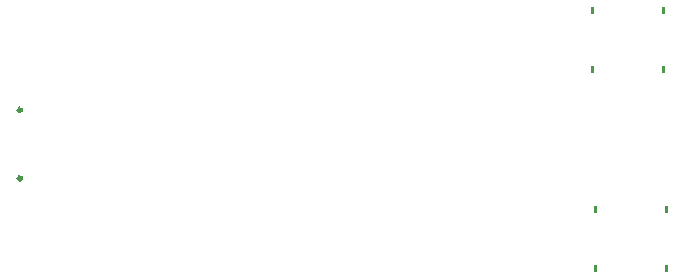
<source format=gbr>
%TF.GenerationSoftware,Altium Limited,Altium Designer,24.10.1 (45)*%
G04 Layer_Color=65280*
%FSLAX45Y45*%
%MOMM*%
%TF.SameCoordinates,F50C4461-6059-43A5-BEE7-B7ABC5EDFC2B*%
%TF.FilePolarity,Positive*%
%TF.FileFunction,Other,Mechanical_15*%
%TF.Part,Single*%
G01*
G75*
%TA.AperFunction,NonConductor*%
%ADD85C,0.30000*%
G36*
X5374602Y507401D02*
Y567400D01*
X5404602D01*
X5404602Y507401D01*
X5374602D01*
D01*
D02*
G37*
G36*
Y1007400D02*
Y1067399D01*
X5404602D01*
X5404602Y1007400D01*
X5374602D01*
D01*
D02*
G37*
G36*
X5974601Y507401D02*
Y567400D01*
X6004601D01*
Y507401D01*
X5974601D01*
D01*
D02*
G37*
G36*
X6004598Y1067399D02*
Y1007400D01*
X5974598D01*
X5974598Y1067399D01*
X6004598D01*
D01*
D02*
G37*
G36*
X5349202Y2196501D02*
Y2256500D01*
X5379202D01*
X5379202Y2196501D01*
X5349202D01*
D01*
D02*
G37*
G36*
X5379199Y2756499D02*
Y2696500D01*
X5349199D01*
Y2756499D01*
X5379199D01*
D01*
D02*
G37*
G36*
X5979198Y2256500D02*
Y2196501D01*
X5949198D01*
X5949198Y2256500D01*
X5979198D01*
D01*
D02*
G37*
G36*
Y2756499D02*
Y2696500D01*
X5949198D01*
X5949198Y2756499D01*
X5979198D01*
D01*
D02*
G37*
D85*
X530581Y1304486D02*
G03*
X530581Y1304486I-15011J0D01*
G01*
Y1882488D02*
G03*
X530581Y1882488I-15011J0D01*
G01*
%TF.MD5,c4890f7f32b2ced636a68dc4b0a6c5b5*%
M02*

</source>
